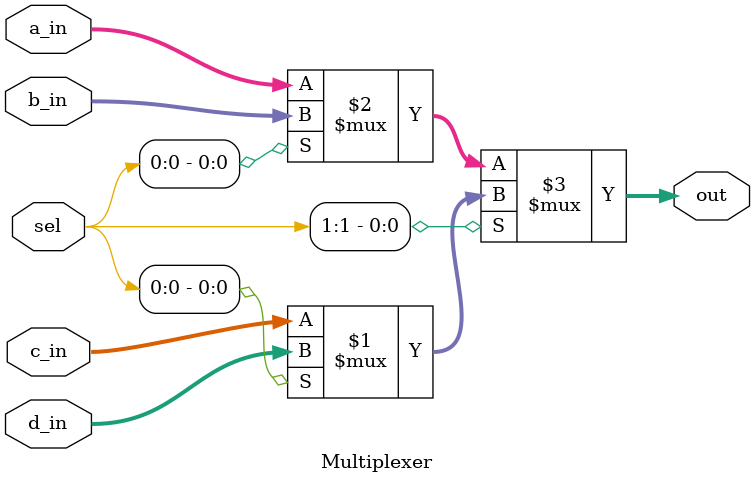
<source format=v>
`timescale 1ns / 1ps


module Multiplexer(
    input [3:0] a_in,b_in,c_in,d_in,
    input [1:0] sel,
    output [3:0] out
    );
    
    //reg [3:0] out;
    /*
    // using else if block
    always@(a_in,b_in,c_in,d_in,sel)
    begin
    if(sel == 2'b00)
        out <= a_in;
    else if(sel == 2'b01)
        out <= b_in;
    else if(sel == 2'b10)
        out <= c_in;
    else
        out <= d_in;               
    end 
    */
    /*
    // using case construct
    //always@(a_in,b_in,c_in,d_in,sel) // or
    always@(*)
    begin
    case(sel)
        2'b00 : out <= a_in;
        2'b01 : out <= b_in;
        2'b10 : out <= c_in;
        default: out <= d_in;
    endcase
    end
    */
    
    // using ternary operator
    assign out = sel[1] ? (sel[0] ? d_in : c_in) : (sel[0] ? b_in : a_in);
endmodule

</source>
